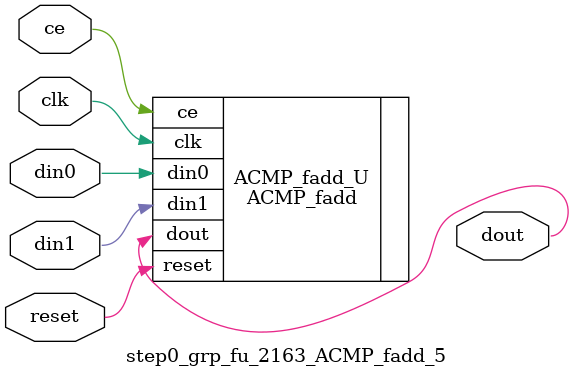
<source format=v>

`timescale 1 ns / 1 ps
module step0_grp_fu_2163_ACMP_fadd_5(
    clk,
    reset,
    ce,
    din0,
    din1,
    dout);

parameter ID = 32'd1;
parameter NUM_STAGE = 32'd1;
parameter din0_WIDTH = 32'd1;
parameter din1_WIDTH = 32'd1;
parameter dout_WIDTH = 32'd1;
input clk;
input reset;
input ce;
input[din0_WIDTH - 1:0] din0;
input[din1_WIDTH - 1:0] din1;
output[dout_WIDTH - 1:0] dout;



ACMP_fadd #(
.ID( ID ),
.NUM_STAGE( 5 ),
.din0_WIDTH( din0_WIDTH ),
.din1_WIDTH( din1_WIDTH ),
.dout_WIDTH( dout_WIDTH ))
ACMP_fadd_U(
    .clk( clk ),
    .reset( reset ),
    .ce( ce ),
    .din0( din0 ),
    .din1( din1 ),
    .dout( dout ));

endmodule

</source>
